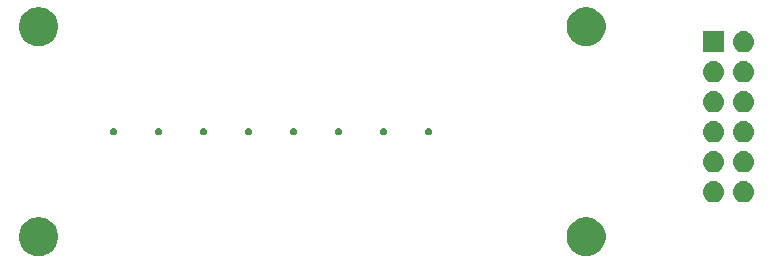
<source format=gbs>
G04 #@! TF.GenerationSoftware,KiCad,Pcbnew,5.1.4-e60b266~84~ubuntu18.04.1*
G04 #@! TF.CreationDate,2019-11-10T13:24:48-08:00*
G04 #@! TF.ProjectId,mic,6d69632e-6b69-4636-9164-5f7063625858,rev?*
G04 #@! TF.SameCoordinates,Original*
G04 #@! TF.FileFunction,Soldermask,Bot*
G04 #@! TF.FilePolarity,Negative*
%FSLAX46Y46*%
G04 Gerber Fmt 4.6, Leading zero omitted, Abs format (unit mm)*
G04 Created by KiCad (PCBNEW 5.1.4-e60b266~84~ubuntu18.04.1) date 2019-11-10 13:24:48*
%MOMM*%
%LPD*%
G04 APERTURE LIST*
%ADD10C,0.100000*%
G04 APERTURE END LIST*
D10*
G36*
X164840256Y-108881298D02*
G01*
X164946579Y-108902447D01*
X165247042Y-109026903D01*
X165517451Y-109207585D01*
X165747415Y-109437549D01*
X165928097Y-109707958D01*
X166052553Y-110008421D01*
X166116000Y-110327391D01*
X166116000Y-110652609D01*
X166052553Y-110971579D01*
X165928097Y-111272042D01*
X165747415Y-111542451D01*
X165517451Y-111772415D01*
X165247042Y-111953097D01*
X164946579Y-112077553D01*
X164840256Y-112098702D01*
X164627611Y-112141000D01*
X164302389Y-112141000D01*
X164089744Y-112098702D01*
X163983421Y-112077553D01*
X163682958Y-111953097D01*
X163412549Y-111772415D01*
X163182585Y-111542451D01*
X163001903Y-111272042D01*
X162877447Y-110971579D01*
X162814000Y-110652609D01*
X162814000Y-110327391D01*
X162877447Y-110008421D01*
X163001903Y-109707958D01*
X163182585Y-109437549D01*
X163412549Y-109207585D01*
X163682958Y-109026903D01*
X163983421Y-108902447D01*
X164089744Y-108881298D01*
X164302389Y-108839000D01*
X164627611Y-108839000D01*
X164840256Y-108881298D01*
X164840256Y-108881298D01*
G37*
G36*
X118485256Y-108881298D02*
G01*
X118591579Y-108902447D01*
X118892042Y-109026903D01*
X119162451Y-109207585D01*
X119392415Y-109437549D01*
X119573097Y-109707958D01*
X119697553Y-110008421D01*
X119761000Y-110327391D01*
X119761000Y-110652609D01*
X119697553Y-110971579D01*
X119573097Y-111272042D01*
X119392415Y-111542451D01*
X119162451Y-111772415D01*
X118892042Y-111953097D01*
X118591579Y-112077553D01*
X118485256Y-112098702D01*
X118272611Y-112141000D01*
X117947389Y-112141000D01*
X117734744Y-112098702D01*
X117628421Y-112077553D01*
X117327958Y-111953097D01*
X117057549Y-111772415D01*
X116827585Y-111542451D01*
X116646903Y-111272042D01*
X116522447Y-110971579D01*
X116459000Y-110652609D01*
X116459000Y-110327391D01*
X116522447Y-110008421D01*
X116646903Y-109707958D01*
X116827585Y-109437549D01*
X117057549Y-109207585D01*
X117327958Y-109026903D01*
X117628421Y-108902447D01*
X117734744Y-108881298D01*
X117947389Y-108839000D01*
X118272611Y-108839000D01*
X118485256Y-108881298D01*
X118485256Y-108881298D01*
G37*
G36*
X175370443Y-105785519D02*
G01*
X175436627Y-105792037D01*
X175606466Y-105843557D01*
X175762991Y-105927222D01*
X175798729Y-105956552D01*
X175900186Y-106039814D01*
X175983448Y-106141271D01*
X176012778Y-106177009D01*
X176096443Y-106333534D01*
X176147963Y-106503373D01*
X176165359Y-106680000D01*
X176147963Y-106856627D01*
X176096443Y-107026466D01*
X176012778Y-107182991D01*
X175983448Y-107218729D01*
X175900186Y-107320186D01*
X175798729Y-107403448D01*
X175762991Y-107432778D01*
X175606466Y-107516443D01*
X175436627Y-107567963D01*
X175370443Y-107574481D01*
X175304260Y-107581000D01*
X175215740Y-107581000D01*
X175149557Y-107574481D01*
X175083373Y-107567963D01*
X174913534Y-107516443D01*
X174757009Y-107432778D01*
X174721271Y-107403448D01*
X174619814Y-107320186D01*
X174536552Y-107218729D01*
X174507222Y-107182991D01*
X174423557Y-107026466D01*
X174372037Y-106856627D01*
X174354641Y-106680000D01*
X174372037Y-106503373D01*
X174423557Y-106333534D01*
X174507222Y-106177009D01*
X174536552Y-106141271D01*
X174619814Y-106039814D01*
X174721271Y-105956552D01*
X174757009Y-105927222D01*
X174913534Y-105843557D01*
X175083373Y-105792037D01*
X175149557Y-105785519D01*
X175215740Y-105779000D01*
X175304260Y-105779000D01*
X175370443Y-105785519D01*
X175370443Y-105785519D01*
G37*
G36*
X177910443Y-105785519D02*
G01*
X177976627Y-105792037D01*
X178146466Y-105843557D01*
X178302991Y-105927222D01*
X178338729Y-105956552D01*
X178440186Y-106039814D01*
X178523448Y-106141271D01*
X178552778Y-106177009D01*
X178636443Y-106333534D01*
X178687963Y-106503373D01*
X178705359Y-106680000D01*
X178687963Y-106856627D01*
X178636443Y-107026466D01*
X178552778Y-107182991D01*
X178523448Y-107218729D01*
X178440186Y-107320186D01*
X178338729Y-107403448D01*
X178302991Y-107432778D01*
X178146466Y-107516443D01*
X177976627Y-107567963D01*
X177910443Y-107574481D01*
X177844260Y-107581000D01*
X177755740Y-107581000D01*
X177689557Y-107574481D01*
X177623373Y-107567963D01*
X177453534Y-107516443D01*
X177297009Y-107432778D01*
X177261271Y-107403448D01*
X177159814Y-107320186D01*
X177076552Y-107218729D01*
X177047222Y-107182991D01*
X176963557Y-107026466D01*
X176912037Y-106856627D01*
X176894641Y-106680000D01*
X176912037Y-106503373D01*
X176963557Y-106333534D01*
X177047222Y-106177009D01*
X177076552Y-106141271D01*
X177159814Y-106039814D01*
X177261271Y-105956552D01*
X177297009Y-105927222D01*
X177453534Y-105843557D01*
X177623373Y-105792037D01*
X177689557Y-105785519D01*
X177755740Y-105779000D01*
X177844260Y-105779000D01*
X177910443Y-105785519D01*
X177910443Y-105785519D01*
G37*
G36*
X177910443Y-103245519D02*
G01*
X177976627Y-103252037D01*
X178146466Y-103303557D01*
X178302991Y-103387222D01*
X178338729Y-103416552D01*
X178440186Y-103499814D01*
X178523448Y-103601271D01*
X178552778Y-103637009D01*
X178636443Y-103793534D01*
X178687963Y-103963373D01*
X178705359Y-104140000D01*
X178687963Y-104316627D01*
X178636443Y-104486466D01*
X178552778Y-104642991D01*
X178523448Y-104678729D01*
X178440186Y-104780186D01*
X178338729Y-104863448D01*
X178302991Y-104892778D01*
X178146466Y-104976443D01*
X177976627Y-105027963D01*
X177910442Y-105034482D01*
X177844260Y-105041000D01*
X177755740Y-105041000D01*
X177689557Y-105034481D01*
X177623373Y-105027963D01*
X177453534Y-104976443D01*
X177297009Y-104892778D01*
X177261271Y-104863448D01*
X177159814Y-104780186D01*
X177076552Y-104678729D01*
X177047222Y-104642991D01*
X176963557Y-104486466D01*
X176912037Y-104316627D01*
X176894641Y-104140000D01*
X176912037Y-103963373D01*
X176963557Y-103793534D01*
X177047222Y-103637009D01*
X177076552Y-103601271D01*
X177159814Y-103499814D01*
X177261271Y-103416552D01*
X177297009Y-103387222D01*
X177453534Y-103303557D01*
X177623373Y-103252037D01*
X177689558Y-103245518D01*
X177755740Y-103239000D01*
X177844260Y-103239000D01*
X177910443Y-103245519D01*
X177910443Y-103245519D01*
G37*
G36*
X175370443Y-103245519D02*
G01*
X175436627Y-103252037D01*
X175606466Y-103303557D01*
X175762991Y-103387222D01*
X175798729Y-103416552D01*
X175900186Y-103499814D01*
X175983448Y-103601271D01*
X176012778Y-103637009D01*
X176096443Y-103793534D01*
X176147963Y-103963373D01*
X176165359Y-104140000D01*
X176147963Y-104316627D01*
X176096443Y-104486466D01*
X176012778Y-104642991D01*
X175983448Y-104678729D01*
X175900186Y-104780186D01*
X175798729Y-104863448D01*
X175762991Y-104892778D01*
X175606466Y-104976443D01*
X175436627Y-105027963D01*
X175370442Y-105034482D01*
X175304260Y-105041000D01*
X175215740Y-105041000D01*
X175149557Y-105034481D01*
X175083373Y-105027963D01*
X174913534Y-104976443D01*
X174757009Y-104892778D01*
X174721271Y-104863448D01*
X174619814Y-104780186D01*
X174536552Y-104678729D01*
X174507222Y-104642991D01*
X174423557Y-104486466D01*
X174372037Y-104316627D01*
X174354641Y-104140000D01*
X174372037Y-103963373D01*
X174423557Y-103793534D01*
X174507222Y-103637009D01*
X174536552Y-103601271D01*
X174619814Y-103499814D01*
X174721271Y-103416552D01*
X174757009Y-103387222D01*
X174913534Y-103303557D01*
X175083373Y-103252037D01*
X175149558Y-103245518D01*
X175215740Y-103239000D01*
X175304260Y-103239000D01*
X175370443Y-103245519D01*
X175370443Y-103245519D01*
G37*
G36*
X177910443Y-100705519D02*
G01*
X177976627Y-100712037D01*
X178146466Y-100763557D01*
X178302991Y-100847222D01*
X178338729Y-100876552D01*
X178440186Y-100959814D01*
X178523448Y-101061271D01*
X178552778Y-101097009D01*
X178636443Y-101253534D01*
X178687963Y-101423373D01*
X178705359Y-101600000D01*
X178687963Y-101776627D01*
X178636443Y-101946466D01*
X178552778Y-102102991D01*
X178523448Y-102138729D01*
X178440186Y-102240186D01*
X178338729Y-102323448D01*
X178302991Y-102352778D01*
X178146466Y-102436443D01*
X177976627Y-102487963D01*
X177910442Y-102494482D01*
X177844260Y-102501000D01*
X177755740Y-102501000D01*
X177689558Y-102494482D01*
X177623373Y-102487963D01*
X177453534Y-102436443D01*
X177297009Y-102352778D01*
X177261271Y-102323448D01*
X177159814Y-102240186D01*
X177076552Y-102138729D01*
X177047222Y-102102991D01*
X176963557Y-101946466D01*
X176912037Y-101776627D01*
X176894641Y-101600000D01*
X176912037Y-101423373D01*
X176963557Y-101253534D01*
X177047222Y-101097009D01*
X177076552Y-101061271D01*
X177159814Y-100959814D01*
X177261271Y-100876552D01*
X177297009Y-100847222D01*
X177453534Y-100763557D01*
X177623373Y-100712037D01*
X177689557Y-100705519D01*
X177755740Y-100699000D01*
X177844260Y-100699000D01*
X177910443Y-100705519D01*
X177910443Y-100705519D01*
G37*
G36*
X175370443Y-100705519D02*
G01*
X175436627Y-100712037D01*
X175606466Y-100763557D01*
X175762991Y-100847222D01*
X175798729Y-100876552D01*
X175900186Y-100959814D01*
X175983448Y-101061271D01*
X176012778Y-101097009D01*
X176096443Y-101253534D01*
X176147963Y-101423373D01*
X176165359Y-101600000D01*
X176147963Y-101776627D01*
X176096443Y-101946466D01*
X176012778Y-102102991D01*
X175983448Y-102138729D01*
X175900186Y-102240186D01*
X175798729Y-102323448D01*
X175762991Y-102352778D01*
X175606466Y-102436443D01*
X175436627Y-102487963D01*
X175370442Y-102494482D01*
X175304260Y-102501000D01*
X175215740Y-102501000D01*
X175149558Y-102494482D01*
X175083373Y-102487963D01*
X174913534Y-102436443D01*
X174757009Y-102352778D01*
X174721271Y-102323448D01*
X174619814Y-102240186D01*
X174536552Y-102138729D01*
X174507222Y-102102991D01*
X174423557Y-101946466D01*
X174372037Y-101776627D01*
X174354641Y-101600000D01*
X174372037Y-101423373D01*
X174423557Y-101253534D01*
X174507222Y-101097009D01*
X174536552Y-101061271D01*
X174619814Y-100959814D01*
X174721271Y-100876552D01*
X174757009Y-100847222D01*
X174913534Y-100763557D01*
X175083373Y-100712037D01*
X175149557Y-100705519D01*
X175215740Y-100699000D01*
X175304260Y-100699000D01*
X175370443Y-100705519D01*
X175370443Y-100705519D01*
G37*
G36*
X143550643Y-101301546D02*
G01*
X143586662Y-101308711D01*
X143608086Y-101315209D01*
X143642020Y-101329266D01*
X143647459Y-101332173D01*
X143647461Y-101332174D01*
X143656320Y-101336909D01*
X143656323Y-101336911D01*
X143661758Y-101339816D01*
X143692308Y-101360229D01*
X143709599Y-101374418D01*
X143735582Y-101400401D01*
X143749771Y-101417692D01*
X143770184Y-101448242D01*
X143780734Y-101467980D01*
X143794791Y-101501914D01*
X143801289Y-101523338D01*
X143808454Y-101559357D01*
X143810648Y-101581636D01*
X143810648Y-101618364D01*
X143808454Y-101640643D01*
X143801289Y-101676662D01*
X143794791Y-101698086D01*
X143780734Y-101732020D01*
X143770184Y-101751758D01*
X143749771Y-101782308D01*
X143735582Y-101799599D01*
X143709599Y-101825582D01*
X143692308Y-101839771D01*
X143661758Y-101860184D01*
X143656323Y-101863089D01*
X143656320Y-101863091D01*
X143647461Y-101867826D01*
X143642020Y-101870734D01*
X143608086Y-101884791D01*
X143586662Y-101891289D01*
X143550643Y-101898454D01*
X143528364Y-101900648D01*
X143491636Y-101900648D01*
X143469357Y-101898454D01*
X143433338Y-101891289D01*
X143411914Y-101884791D01*
X143377980Y-101870734D01*
X143372539Y-101867826D01*
X143363680Y-101863091D01*
X143363677Y-101863089D01*
X143358242Y-101860184D01*
X143327692Y-101839771D01*
X143310401Y-101825582D01*
X143284418Y-101799599D01*
X143270229Y-101782308D01*
X143249816Y-101751758D01*
X143239266Y-101732020D01*
X143225209Y-101698086D01*
X143218711Y-101676662D01*
X143211546Y-101640643D01*
X143209352Y-101618364D01*
X143209352Y-101581636D01*
X143211546Y-101559357D01*
X143218711Y-101523338D01*
X143225209Y-101501914D01*
X143239266Y-101467980D01*
X143249816Y-101448242D01*
X143270229Y-101417692D01*
X143284418Y-101400401D01*
X143310401Y-101374418D01*
X143327692Y-101360229D01*
X143358242Y-101339816D01*
X143363677Y-101336911D01*
X143363680Y-101336909D01*
X143372539Y-101332174D01*
X143372541Y-101332173D01*
X143377980Y-101329266D01*
X143411914Y-101315209D01*
X143433338Y-101308711D01*
X143469357Y-101301546D01*
X143491636Y-101299352D01*
X143528364Y-101299352D01*
X143550643Y-101301546D01*
X143550643Y-101301546D01*
G37*
G36*
X147360643Y-101301546D02*
G01*
X147396662Y-101308711D01*
X147418086Y-101315209D01*
X147452020Y-101329266D01*
X147457459Y-101332173D01*
X147457461Y-101332174D01*
X147466320Y-101336909D01*
X147466323Y-101336911D01*
X147471758Y-101339816D01*
X147502308Y-101360229D01*
X147519599Y-101374418D01*
X147545582Y-101400401D01*
X147559771Y-101417692D01*
X147580184Y-101448242D01*
X147590734Y-101467980D01*
X147604791Y-101501914D01*
X147611289Y-101523338D01*
X147618454Y-101559357D01*
X147620648Y-101581636D01*
X147620648Y-101618364D01*
X147618454Y-101640643D01*
X147611289Y-101676662D01*
X147604791Y-101698086D01*
X147590734Y-101732020D01*
X147580184Y-101751758D01*
X147559771Y-101782308D01*
X147545582Y-101799599D01*
X147519599Y-101825582D01*
X147502308Y-101839771D01*
X147471758Y-101860184D01*
X147466323Y-101863089D01*
X147466320Y-101863091D01*
X147457461Y-101867826D01*
X147452020Y-101870734D01*
X147418086Y-101884791D01*
X147396662Y-101891289D01*
X147360643Y-101898454D01*
X147338364Y-101900648D01*
X147301636Y-101900648D01*
X147279357Y-101898454D01*
X147243338Y-101891289D01*
X147221914Y-101884791D01*
X147187980Y-101870734D01*
X147182539Y-101867826D01*
X147173680Y-101863091D01*
X147173677Y-101863089D01*
X147168242Y-101860184D01*
X147137692Y-101839771D01*
X147120401Y-101825582D01*
X147094418Y-101799599D01*
X147080229Y-101782308D01*
X147059816Y-101751758D01*
X147049266Y-101732020D01*
X147035209Y-101698086D01*
X147028711Y-101676662D01*
X147021546Y-101640643D01*
X147019352Y-101618364D01*
X147019352Y-101581636D01*
X147021546Y-101559357D01*
X147028711Y-101523338D01*
X147035209Y-101501914D01*
X147049266Y-101467980D01*
X147059816Y-101448242D01*
X147080229Y-101417692D01*
X147094418Y-101400401D01*
X147120401Y-101374418D01*
X147137692Y-101360229D01*
X147168242Y-101339816D01*
X147173677Y-101336911D01*
X147173680Y-101336909D01*
X147182539Y-101332174D01*
X147182541Y-101332173D01*
X147187980Y-101329266D01*
X147221914Y-101315209D01*
X147243338Y-101308711D01*
X147279357Y-101301546D01*
X147301636Y-101299352D01*
X147338364Y-101299352D01*
X147360643Y-101301546D01*
X147360643Y-101301546D01*
G37*
G36*
X151170643Y-101301546D02*
G01*
X151206662Y-101308711D01*
X151228086Y-101315209D01*
X151262020Y-101329266D01*
X151267459Y-101332173D01*
X151267461Y-101332174D01*
X151276320Y-101336909D01*
X151276323Y-101336911D01*
X151281758Y-101339816D01*
X151312308Y-101360229D01*
X151329599Y-101374418D01*
X151355582Y-101400401D01*
X151369771Y-101417692D01*
X151390184Y-101448242D01*
X151400734Y-101467980D01*
X151414791Y-101501914D01*
X151421289Y-101523338D01*
X151428454Y-101559357D01*
X151430648Y-101581636D01*
X151430648Y-101618364D01*
X151428454Y-101640643D01*
X151421289Y-101676662D01*
X151414791Y-101698086D01*
X151400734Y-101732020D01*
X151390184Y-101751758D01*
X151369771Y-101782308D01*
X151355582Y-101799599D01*
X151329599Y-101825582D01*
X151312308Y-101839771D01*
X151281758Y-101860184D01*
X151276323Y-101863089D01*
X151276320Y-101863091D01*
X151267461Y-101867826D01*
X151262020Y-101870734D01*
X151228086Y-101884791D01*
X151206662Y-101891289D01*
X151170643Y-101898454D01*
X151148364Y-101900648D01*
X151111636Y-101900648D01*
X151089357Y-101898454D01*
X151053338Y-101891289D01*
X151031914Y-101884791D01*
X150997980Y-101870734D01*
X150992539Y-101867826D01*
X150983680Y-101863091D01*
X150983677Y-101863089D01*
X150978242Y-101860184D01*
X150947692Y-101839771D01*
X150930401Y-101825582D01*
X150904418Y-101799599D01*
X150890229Y-101782308D01*
X150869816Y-101751758D01*
X150859266Y-101732020D01*
X150845209Y-101698086D01*
X150838711Y-101676662D01*
X150831546Y-101640643D01*
X150829352Y-101618364D01*
X150829352Y-101581636D01*
X150831546Y-101559357D01*
X150838711Y-101523338D01*
X150845209Y-101501914D01*
X150859266Y-101467980D01*
X150869816Y-101448242D01*
X150890229Y-101417692D01*
X150904418Y-101400401D01*
X150930401Y-101374418D01*
X150947692Y-101360229D01*
X150978242Y-101339816D01*
X150983677Y-101336911D01*
X150983680Y-101336909D01*
X150992539Y-101332174D01*
X150992541Y-101332173D01*
X150997980Y-101329266D01*
X151031914Y-101315209D01*
X151053338Y-101308711D01*
X151089357Y-101301546D01*
X151111636Y-101299352D01*
X151148364Y-101299352D01*
X151170643Y-101301546D01*
X151170643Y-101301546D01*
G37*
G36*
X139740643Y-101301546D02*
G01*
X139776662Y-101308711D01*
X139798086Y-101315209D01*
X139832020Y-101329266D01*
X139837459Y-101332173D01*
X139837461Y-101332174D01*
X139846320Y-101336909D01*
X139846323Y-101336911D01*
X139851758Y-101339816D01*
X139882308Y-101360229D01*
X139899599Y-101374418D01*
X139925582Y-101400401D01*
X139939771Y-101417692D01*
X139960184Y-101448242D01*
X139970734Y-101467980D01*
X139984791Y-101501914D01*
X139991289Y-101523338D01*
X139998454Y-101559357D01*
X140000648Y-101581636D01*
X140000648Y-101618364D01*
X139998454Y-101640643D01*
X139991289Y-101676662D01*
X139984791Y-101698086D01*
X139970734Y-101732020D01*
X139960184Y-101751758D01*
X139939771Y-101782308D01*
X139925582Y-101799599D01*
X139899599Y-101825582D01*
X139882308Y-101839771D01*
X139851758Y-101860184D01*
X139846323Y-101863089D01*
X139846320Y-101863091D01*
X139837461Y-101867826D01*
X139832020Y-101870734D01*
X139798086Y-101884791D01*
X139776662Y-101891289D01*
X139740643Y-101898454D01*
X139718364Y-101900648D01*
X139681636Y-101900648D01*
X139659357Y-101898454D01*
X139623338Y-101891289D01*
X139601914Y-101884791D01*
X139567980Y-101870734D01*
X139562539Y-101867826D01*
X139553680Y-101863091D01*
X139553677Y-101863089D01*
X139548242Y-101860184D01*
X139517692Y-101839771D01*
X139500401Y-101825582D01*
X139474418Y-101799599D01*
X139460229Y-101782308D01*
X139439816Y-101751758D01*
X139429266Y-101732020D01*
X139415209Y-101698086D01*
X139408711Y-101676662D01*
X139401546Y-101640643D01*
X139399352Y-101618364D01*
X139399352Y-101581636D01*
X139401546Y-101559357D01*
X139408711Y-101523338D01*
X139415209Y-101501914D01*
X139429266Y-101467980D01*
X139439816Y-101448242D01*
X139460229Y-101417692D01*
X139474418Y-101400401D01*
X139500401Y-101374418D01*
X139517692Y-101360229D01*
X139548242Y-101339816D01*
X139553677Y-101336911D01*
X139553680Y-101336909D01*
X139562539Y-101332174D01*
X139562541Y-101332173D01*
X139567980Y-101329266D01*
X139601914Y-101315209D01*
X139623338Y-101308711D01*
X139659357Y-101301546D01*
X139681636Y-101299352D01*
X139718364Y-101299352D01*
X139740643Y-101301546D01*
X139740643Y-101301546D01*
G37*
G36*
X124500643Y-101301546D02*
G01*
X124536662Y-101308711D01*
X124558086Y-101315209D01*
X124592020Y-101329266D01*
X124597459Y-101332173D01*
X124597461Y-101332174D01*
X124606320Y-101336909D01*
X124606323Y-101336911D01*
X124611758Y-101339816D01*
X124642308Y-101360229D01*
X124659599Y-101374418D01*
X124685582Y-101400401D01*
X124699771Y-101417692D01*
X124720184Y-101448242D01*
X124730734Y-101467980D01*
X124744791Y-101501914D01*
X124751289Y-101523338D01*
X124758454Y-101559357D01*
X124760648Y-101581636D01*
X124760648Y-101618364D01*
X124758454Y-101640643D01*
X124751289Y-101676662D01*
X124744791Y-101698086D01*
X124730734Y-101732020D01*
X124720184Y-101751758D01*
X124699771Y-101782308D01*
X124685582Y-101799599D01*
X124659599Y-101825582D01*
X124642308Y-101839771D01*
X124611758Y-101860184D01*
X124606323Y-101863089D01*
X124606320Y-101863091D01*
X124597461Y-101867826D01*
X124592020Y-101870734D01*
X124558086Y-101884791D01*
X124536662Y-101891289D01*
X124500643Y-101898454D01*
X124478364Y-101900648D01*
X124441636Y-101900648D01*
X124419357Y-101898454D01*
X124383338Y-101891289D01*
X124361914Y-101884791D01*
X124327980Y-101870734D01*
X124322539Y-101867826D01*
X124313680Y-101863091D01*
X124313677Y-101863089D01*
X124308242Y-101860184D01*
X124277692Y-101839771D01*
X124260401Y-101825582D01*
X124234418Y-101799599D01*
X124220229Y-101782308D01*
X124199816Y-101751758D01*
X124189266Y-101732020D01*
X124175209Y-101698086D01*
X124168711Y-101676662D01*
X124161546Y-101640643D01*
X124159352Y-101618364D01*
X124159352Y-101581636D01*
X124161546Y-101559357D01*
X124168711Y-101523338D01*
X124175209Y-101501914D01*
X124189266Y-101467980D01*
X124199816Y-101448242D01*
X124220229Y-101417692D01*
X124234418Y-101400401D01*
X124260401Y-101374418D01*
X124277692Y-101360229D01*
X124308242Y-101339816D01*
X124313677Y-101336911D01*
X124313680Y-101336909D01*
X124322539Y-101332174D01*
X124322541Y-101332173D01*
X124327980Y-101329266D01*
X124361914Y-101315209D01*
X124383338Y-101308711D01*
X124419357Y-101301546D01*
X124441636Y-101299352D01*
X124478364Y-101299352D01*
X124500643Y-101301546D01*
X124500643Y-101301546D01*
G37*
G36*
X128310643Y-101301546D02*
G01*
X128346662Y-101308711D01*
X128368086Y-101315209D01*
X128402020Y-101329266D01*
X128407459Y-101332173D01*
X128407461Y-101332174D01*
X128416320Y-101336909D01*
X128416323Y-101336911D01*
X128421758Y-101339816D01*
X128452308Y-101360229D01*
X128469599Y-101374418D01*
X128495582Y-101400401D01*
X128509771Y-101417692D01*
X128530184Y-101448242D01*
X128540734Y-101467980D01*
X128554791Y-101501914D01*
X128561289Y-101523338D01*
X128568454Y-101559357D01*
X128570648Y-101581636D01*
X128570648Y-101618364D01*
X128568454Y-101640643D01*
X128561289Y-101676662D01*
X128554791Y-101698086D01*
X128540734Y-101732020D01*
X128530184Y-101751758D01*
X128509771Y-101782308D01*
X128495582Y-101799599D01*
X128469599Y-101825582D01*
X128452308Y-101839771D01*
X128421758Y-101860184D01*
X128416323Y-101863089D01*
X128416320Y-101863091D01*
X128407461Y-101867826D01*
X128402020Y-101870734D01*
X128368086Y-101884791D01*
X128346662Y-101891289D01*
X128310643Y-101898454D01*
X128288364Y-101900648D01*
X128251636Y-101900648D01*
X128229357Y-101898454D01*
X128193338Y-101891289D01*
X128171914Y-101884791D01*
X128137980Y-101870734D01*
X128132539Y-101867826D01*
X128123680Y-101863091D01*
X128123677Y-101863089D01*
X128118242Y-101860184D01*
X128087692Y-101839771D01*
X128070401Y-101825582D01*
X128044418Y-101799599D01*
X128030229Y-101782308D01*
X128009816Y-101751758D01*
X127999266Y-101732020D01*
X127985209Y-101698086D01*
X127978711Y-101676662D01*
X127971546Y-101640643D01*
X127969352Y-101618364D01*
X127969352Y-101581636D01*
X127971546Y-101559357D01*
X127978711Y-101523338D01*
X127985209Y-101501914D01*
X127999266Y-101467980D01*
X128009816Y-101448242D01*
X128030229Y-101417692D01*
X128044418Y-101400401D01*
X128070401Y-101374418D01*
X128087692Y-101360229D01*
X128118242Y-101339816D01*
X128123677Y-101336911D01*
X128123680Y-101336909D01*
X128132539Y-101332174D01*
X128132541Y-101332173D01*
X128137980Y-101329266D01*
X128171914Y-101315209D01*
X128193338Y-101308711D01*
X128229357Y-101301546D01*
X128251636Y-101299352D01*
X128288364Y-101299352D01*
X128310643Y-101301546D01*
X128310643Y-101301546D01*
G37*
G36*
X132120643Y-101301546D02*
G01*
X132156662Y-101308711D01*
X132178086Y-101315209D01*
X132212020Y-101329266D01*
X132217459Y-101332173D01*
X132217461Y-101332174D01*
X132226320Y-101336909D01*
X132226323Y-101336911D01*
X132231758Y-101339816D01*
X132262308Y-101360229D01*
X132279599Y-101374418D01*
X132305582Y-101400401D01*
X132319771Y-101417692D01*
X132340184Y-101448242D01*
X132350734Y-101467980D01*
X132364791Y-101501914D01*
X132371289Y-101523338D01*
X132378454Y-101559357D01*
X132380648Y-101581636D01*
X132380648Y-101618364D01*
X132378454Y-101640643D01*
X132371289Y-101676662D01*
X132364791Y-101698086D01*
X132350734Y-101732020D01*
X132340184Y-101751758D01*
X132319771Y-101782308D01*
X132305582Y-101799599D01*
X132279599Y-101825582D01*
X132262308Y-101839771D01*
X132231758Y-101860184D01*
X132226323Y-101863089D01*
X132226320Y-101863091D01*
X132217461Y-101867826D01*
X132212020Y-101870734D01*
X132178086Y-101884791D01*
X132156662Y-101891289D01*
X132120643Y-101898454D01*
X132098364Y-101900648D01*
X132061636Y-101900648D01*
X132039357Y-101898454D01*
X132003338Y-101891289D01*
X131981914Y-101884791D01*
X131947980Y-101870734D01*
X131942539Y-101867826D01*
X131933680Y-101863091D01*
X131933677Y-101863089D01*
X131928242Y-101860184D01*
X131897692Y-101839771D01*
X131880401Y-101825582D01*
X131854418Y-101799599D01*
X131840229Y-101782308D01*
X131819816Y-101751758D01*
X131809266Y-101732020D01*
X131795209Y-101698086D01*
X131788711Y-101676662D01*
X131781546Y-101640643D01*
X131779352Y-101618364D01*
X131779352Y-101581636D01*
X131781546Y-101559357D01*
X131788711Y-101523338D01*
X131795209Y-101501914D01*
X131809266Y-101467980D01*
X131819816Y-101448242D01*
X131840229Y-101417692D01*
X131854418Y-101400401D01*
X131880401Y-101374418D01*
X131897692Y-101360229D01*
X131928242Y-101339816D01*
X131933677Y-101336911D01*
X131933680Y-101336909D01*
X131942539Y-101332174D01*
X131942541Y-101332173D01*
X131947980Y-101329266D01*
X131981914Y-101315209D01*
X132003338Y-101308711D01*
X132039357Y-101301546D01*
X132061636Y-101299352D01*
X132098364Y-101299352D01*
X132120643Y-101301546D01*
X132120643Y-101301546D01*
G37*
G36*
X135930643Y-101301546D02*
G01*
X135966662Y-101308711D01*
X135988086Y-101315209D01*
X136022020Y-101329266D01*
X136027459Y-101332173D01*
X136027461Y-101332174D01*
X136036320Y-101336909D01*
X136036323Y-101336911D01*
X136041758Y-101339816D01*
X136072308Y-101360229D01*
X136089599Y-101374418D01*
X136115582Y-101400401D01*
X136129771Y-101417692D01*
X136150184Y-101448242D01*
X136160734Y-101467980D01*
X136174791Y-101501914D01*
X136181289Y-101523338D01*
X136188454Y-101559357D01*
X136190648Y-101581636D01*
X136190648Y-101618364D01*
X136188454Y-101640643D01*
X136181289Y-101676662D01*
X136174791Y-101698086D01*
X136160734Y-101732020D01*
X136150184Y-101751758D01*
X136129771Y-101782308D01*
X136115582Y-101799599D01*
X136089599Y-101825582D01*
X136072308Y-101839771D01*
X136041758Y-101860184D01*
X136036323Y-101863089D01*
X136036320Y-101863091D01*
X136027461Y-101867826D01*
X136022020Y-101870734D01*
X135988086Y-101884791D01*
X135966662Y-101891289D01*
X135930643Y-101898454D01*
X135908364Y-101900648D01*
X135871636Y-101900648D01*
X135849357Y-101898454D01*
X135813338Y-101891289D01*
X135791914Y-101884791D01*
X135757980Y-101870734D01*
X135752539Y-101867826D01*
X135743680Y-101863091D01*
X135743677Y-101863089D01*
X135738242Y-101860184D01*
X135707692Y-101839771D01*
X135690401Y-101825582D01*
X135664418Y-101799599D01*
X135650229Y-101782308D01*
X135629816Y-101751758D01*
X135619266Y-101732020D01*
X135605209Y-101698086D01*
X135598711Y-101676662D01*
X135591546Y-101640643D01*
X135589352Y-101618364D01*
X135589352Y-101581636D01*
X135591546Y-101559357D01*
X135598711Y-101523338D01*
X135605209Y-101501914D01*
X135619266Y-101467980D01*
X135629816Y-101448242D01*
X135650229Y-101417692D01*
X135664418Y-101400401D01*
X135690401Y-101374418D01*
X135707692Y-101360229D01*
X135738242Y-101339816D01*
X135743677Y-101336911D01*
X135743680Y-101336909D01*
X135752539Y-101332174D01*
X135752541Y-101332173D01*
X135757980Y-101329266D01*
X135791914Y-101315209D01*
X135813338Y-101308711D01*
X135849357Y-101301546D01*
X135871636Y-101299352D01*
X135908364Y-101299352D01*
X135930643Y-101301546D01*
X135930643Y-101301546D01*
G37*
G36*
X177910443Y-98165519D02*
G01*
X177976627Y-98172037D01*
X178146466Y-98223557D01*
X178302991Y-98307222D01*
X178338729Y-98336552D01*
X178440186Y-98419814D01*
X178523448Y-98521271D01*
X178552778Y-98557009D01*
X178636443Y-98713534D01*
X178687963Y-98883373D01*
X178705359Y-99060000D01*
X178687963Y-99236627D01*
X178636443Y-99406466D01*
X178552778Y-99562991D01*
X178523448Y-99598729D01*
X178440186Y-99700186D01*
X178338729Y-99783448D01*
X178302991Y-99812778D01*
X178146466Y-99896443D01*
X177976627Y-99947963D01*
X177910443Y-99954481D01*
X177844260Y-99961000D01*
X177755740Y-99961000D01*
X177689557Y-99954481D01*
X177623373Y-99947963D01*
X177453534Y-99896443D01*
X177297009Y-99812778D01*
X177261271Y-99783448D01*
X177159814Y-99700186D01*
X177076552Y-99598729D01*
X177047222Y-99562991D01*
X176963557Y-99406466D01*
X176912037Y-99236627D01*
X176894641Y-99060000D01*
X176912037Y-98883373D01*
X176963557Y-98713534D01*
X177047222Y-98557009D01*
X177076552Y-98521271D01*
X177159814Y-98419814D01*
X177261271Y-98336552D01*
X177297009Y-98307222D01*
X177453534Y-98223557D01*
X177623373Y-98172037D01*
X177689557Y-98165519D01*
X177755740Y-98159000D01*
X177844260Y-98159000D01*
X177910443Y-98165519D01*
X177910443Y-98165519D01*
G37*
G36*
X175370443Y-98165519D02*
G01*
X175436627Y-98172037D01*
X175606466Y-98223557D01*
X175762991Y-98307222D01*
X175798729Y-98336552D01*
X175900186Y-98419814D01*
X175983448Y-98521271D01*
X176012778Y-98557009D01*
X176096443Y-98713534D01*
X176147963Y-98883373D01*
X176165359Y-99060000D01*
X176147963Y-99236627D01*
X176096443Y-99406466D01*
X176012778Y-99562991D01*
X175983448Y-99598729D01*
X175900186Y-99700186D01*
X175798729Y-99783448D01*
X175762991Y-99812778D01*
X175606466Y-99896443D01*
X175436627Y-99947963D01*
X175370443Y-99954481D01*
X175304260Y-99961000D01*
X175215740Y-99961000D01*
X175149557Y-99954481D01*
X175083373Y-99947963D01*
X174913534Y-99896443D01*
X174757009Y-99812778D01*
X174721271Y-99783448D01*
X174619814Y-99700186D01*
X174536552Y-99598729D01*
X174507222Y-99562991D01*
X174423557Y-99406466D01*
X174372037Y-99236627D01*
X174354641Y-99060000D01*
X174372037Y-98883373D01*
X174423557Y-98713534D01*
X174507222Y-98557009D01*
X174536552Y-98521271D01*
X174619814Y-98419814D01*
X174721271Y-98336552D01*
X174757009Y-98307222D01*
X174913534Y-98223557D01*
X175083373Y-98172037D01*
X175149557Y-98165519D01*
X175215740Y-98159000D01*
X175304260Y-98159000D01*
X175370443Y-98165519D01*
X175370443Y-98165519D01*
G37*
G36*
X177910442Y-95625518D02*
G01*
X177976627Y-95632037D01*
X178146466Y-95683557D01*
X178302991Y-95767222D01*
X178338729Y-95796552D01*
X178440186Y-95879814D01*
X178523448Y-95981271D01*
X178552778Y-96017009D01*
X178636443Y-96173534D01*
X178687963Y-96343373D01*
X178705359Y-96520000D01*
X178687963Y-96696627D01*
X178636443Y-96866466D01*
X178552778Y-97022991D01*
X178523448Y-97058729D01*
X178440186Y-97160186D01*
X178338729Y-97243448D01*
X178302991Y-97272778D01*
X178146466Y-97356443D01*
X177976627Y-97407963D01*
X177910442Y-97414482D01*
X177844260Y-97421000D01*
X177755740Y-97421000D01*
X177689558Y-97414482D01*
X177623373Y-97407963D01*
X177453534Y-97356443D01*
X177297009Y-97272778D01*
X177261271Y-97243448D01*
X177159814Y-97160186D01*
X177076552Y-97058729D01*
X177047222Y-97022991D01*
X176963557Y-96866466D01*
X176912037Y-96696627D01*
X176894641Y-96520000D01*
X176912037Y-96343373D01*
X176963557Y-96173534D01*
X177047222Y-96017009D01*
X177076552Y-95981271D01*
X177159814Y-95879814D01*
X177261271Y-95796552D01*
X177297009Y-95767222D01*
X177453534Y-95683557D01*
X177623373Y-95632037D01*
X177689558Y-95625518D01*
X177755740Y-95619000D01*
X177844260Y-95619000D01*
X177910442Y-95625518D01*
X177910442Y-95625518D01*
G37*
G36*
X175370442Y-95625518D02*
G01*
X175436627Y-95632037D01*
X175606466Y-95683557D01*
X175762991Y-95767222D01*
X175798729Y-95796552D01*
X175900186Y-95879814D01*
X175983448Y-95981271D01*
X176012778Y-96017009D01*
X176096443Y-96173534D01*
X176147963Y-96343373D01*
X176165359Y-96520000D01*
X176147963Y-96696627D01*
X176096443Y-96866466D01*
X176012778Y-97022991D01*
X175983448Y-97058729D01*
X175900186Y-97160186D01*
X175798729Y-97243448D01*
X175762991Y-97272778D01*
X175606466Y-97356443D01*
X175436627Y-97407963D01*
X175370442Y-97414482D01*
X175304260Y-97421000D01*
X175215740Y-97421000D01*
X175149558Y-97414482D01*
X175083373Y-97407963D01*
X174913534Y-97356443D01*
X174757009Y-97272778D01*
X174721271Y-97243448D01*
X174619814Y-97160186D01*
X174536552Y-97058729D01*
X174507222Y-97022991D01*
X174423557Y-96866466D01*
X174372037Y-96696627D01*
X174354641Y-96520000D01*
X174372037Y-96343373D01*
X174423557Y-96173534D01*
X174507222Y-96017009D01*
X174536552Y-95981271D01*
X174619814Y-95879814D01*
X174721271Y-95796552D01*
X174757009Y-95767222D01*
X174913534Y-95683557D01*
X175083373Y-95632037D01*
X175149558Y-95625518D01*
X175215740Y-95619000D01*
X175304260Y-95619000D01*
X175370442Y-95625518D01*
X175370442Y-95625518D01*
G37*
G36*
X177910443Y-93085519D02*
G01*
X177976627Y-93092037D01*
X178146466Y-93143557D01*
X178302991Y-93227222D01*
X178338729Y-93256552D01*
X178440186Y-93339814D01*
X178523448Y-93441271D01*
X178552778Y-93477009D01*
X178636443Y-93633534D01*
X178687963Y-93803373D01*
X178705359Y-93980000D01*
X178687963Y-94156627D01*
X178636443Y-94326466D01*
X178552778Y-94482991D01*
X178523448Y-94518729D01*
X178440186Y-94620186D01*
X178338729Y-94703448D01*
X178302991Y-94732778D01*
X178146466Y-94816443D01*
X177976627Y-94867963D01*
X177910443Y-94874481D01*
X177844260Y-94881000D01*
X177755740Y-94881000D01*
X177689557Y-94874481D01*
X177623373Y-94867963D01*
X177453534Y-94816443D01*
X177297009Y-94732778D01*
X177261271Y-94703448D01*
X177159814Y-94620186D01*
X177076552Y-94518729D01*
X177047222Y-94482991D01*
X176963557Y-94326466D01*
X176912037Y-94156627D01*
X176894641Y-93980000D01*
X176912037Y-93803373D01*
X176963557Y-93633534D01*
X177047222Y-93477009D01*
X177076552Y-93441271D01*
X177159814Y-93339814D01*
X177261271Y-93256552D01*
X177297009Y-93227222D01*
X177453534Y-93143557D01*
X177623373Y-93092037D01*
X177689557Y-93085519D01*
X177755740Y-93079000D01*
X177844260Y-93079000D01*
X177910443Y-93085519D01*
X177910443Y-93085519D01*
G37*
G36*
X176161000Y-94881000D02*
G01*
X174359000Y-94881000D01*
X174359000Y-93079000D01*
X176161000Y-93079000D01*
X176161000Y-94881000D01*
X176161000Y-94881000D01*
G37*
G36*
X118485256Y-91101298D02*
G01*
X118591579Y-91122447D01*
X118892042Y-91246903D01*
X119162451Y-91427585D01*
X119392415Y-91657549D01*
X119573097Y-91927958D01*
X119697553Y-92228421D01*
X119761000Y-92547391D01*
X119761000Y-92872609D01*
X119697553Y-93191579D01*
X119573097Y-93492042D01*
X119392415Y-93762451D01*
X119162451Y-93992415D01*
X118892042Y-94173097D01*
X118591579Y-94297553D01*
X118485256Y-94318702D01*
X118272611Y-94361000D01*
X117947389Y-94361000D01*
X117734744Y-94318702D01*
X117628421Y-94297553D01*
X117327958Y-94173097D01*
X117057549Y-93992415D01*
X116827585Y-93762451D01*
X116646903Y-93492042D01*
X116522447Y-93191579D01*
X116459000Y-92872609D01*
X116459000Y-92547391D01*
X116522447Y-92228421D01*
X116646903Y-91927958D01*
X116827585Y-91657549D01*
X117057549Y-91427585D01*
X117327958Y-91246903D01*
X117628421Y-91122447D01*
X117734744Y-91101298D01*
X117947389Y-91059000D01*
X118272611Y-91059000D01*
X118485256Y-91101298D01*
X118485256Y-91101298D01*
G37*
G36*
X164840256Y-91101298D02*
G01*
X164946579Y-91122447D01*
X165247042Y-91246903D01*
X165517451Y-91427585D01*
X165747415Y-91657549D01*
X165928097Y-91927958D01*
X166052553Y-92228421D01*
X166116000Y-92547391D01*
X166116000Y-92872609D01*
X166052553Y-93191579D01*
X165928097Y-93492042D01*
X165747415Y-93762451D01*
X165517451Y-93992415D01*
X165247042Y-94173097D01*
X164946579Y-94297553D01*
X164840256Y-94318702D01*
X164627611Y-94361000D01*
X164302389Y-94361000D01*
X164089744Y-94318702D01*
X163983421Y-94297553D01*
X163682958Y-94173097D01*
X163412549Y-93992415D01*
X163182585Y-93762451D01*
X163001903Y-93492042D01*
X162877447Y-93191579D01*
X162814000Y-92872609D01*
X162814000Y-92547391D01*
X162877447Y-92228421D01*
X163001903Y-91927958D01*
X163182585Y-91657549D01*
X163412549Y-91427585D01*
X163682958Y-91246903D01*
X163983421Y-91122447D01*
X164089744Y-91101298D01*
X164302389Y-91059000D01*
X164627611Y-91059000D01*
X164840256Y-91101298D01*
X164840256Y-91101298D01*
G37*
M02*

</source>
